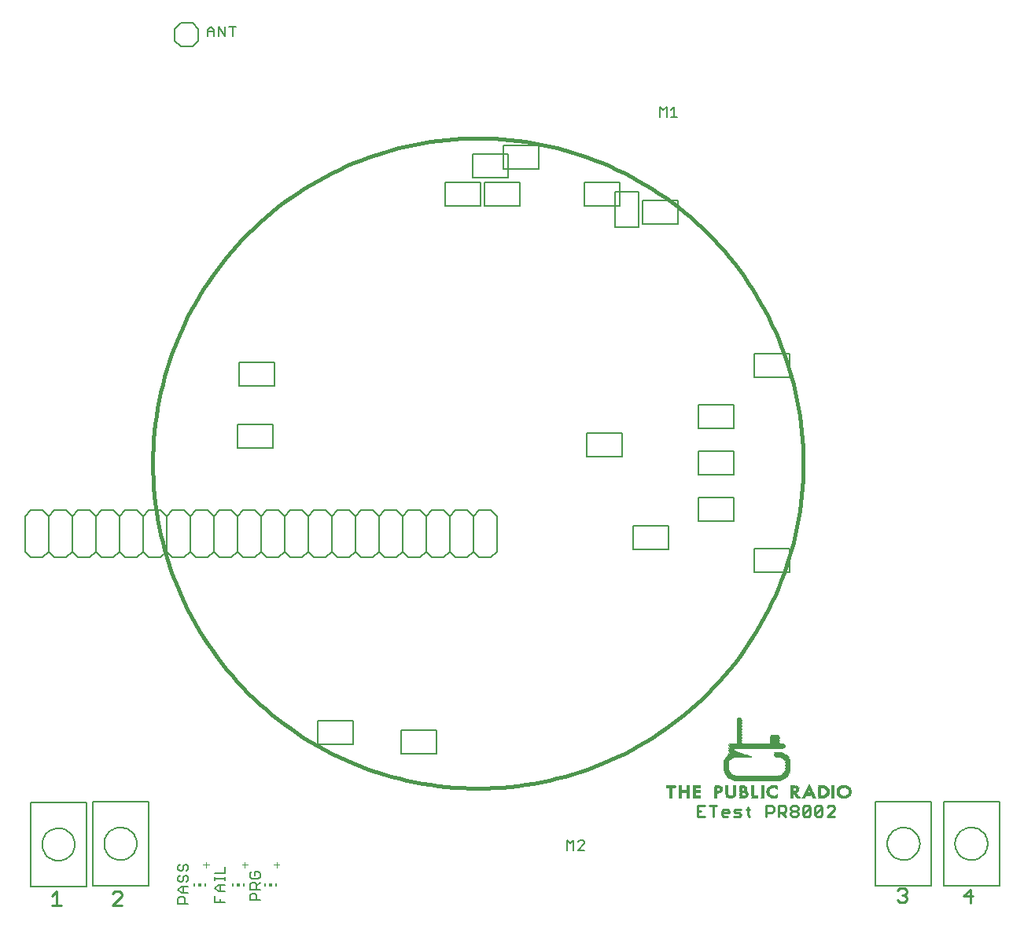
<source format=gto>
G75*
%MOIN*%
%OFA0B0*%
%FSLAX24Y24*%
%IPPOS*%
%LPD*%
%AMOC8*
5,1,8,0,0,1.08239X$1,22.5*
%
%ADD10C,0.0160*%
%ADD11C,0.0100*%
%ADD12C,0.0110*%
%ADD13C,0.0080*%
%ADD14R,0.0015X0.0015*%
%ADD15R,0.0107X0.0015*%
%ADD16R,0.0123X0.0015*%
%ADD17R,0.0138X0.0015*%
%ADD18R,0.0353X0.0015*%
%ADD19R,0.0230X0.0015*%
%ADD20R,0.0261X0.0015*%
%ADD21R,0.0292X0.0015*%
%ADD22R,0.0154X0.0015*%
%ADD23R,0.0276X0.0015*%
%ADD24R,0.0322X0.0015*%
%ADD25R,0.0307X0.0015*%
%ADD26R,0.0169X0.0015*%
%ADD27R,0.0338X0.0015*%
%ADD28R,0.0384X0.0015*%
%ADD29R,0.0369X0.0015*%
%ADD30R,0.0415X0.0015*%
%ADD31R,0.0399X0.0015*%
%ADD32R,0.0445X0.0015*%
%ADD33R,0.0476X0.0015*%
%ADD34R,0.0200X0.0015*%
%ADD35R,0.0430X0.0015*%
%ADD36R,0.0077X0.0015*%
%ADD37R,0.0184X0.0015*%
%ADD38R,0.0046X0.0015*%
%ADD39R,0.0031X0.0015*%
%ADD40R,0.0246X0.0015*%
%ADD41R,0.0461X0.0015*%
%ADD42R,0.0092X0.0015*%
%ADD43R,0.0061X0.0015*%
%ADD44R,0.1981X0.0015*%
%ADD45R,0.2165X0.0015*%
%ADD46R,0.2288X0.0015*%
%ADD47R,0.2380X0.0015*%
%ADD48R,0.2472X0.0015*%
%ADD49R,0.2533X0.0015*%
%ADD50R,0.2595X0.0015*%
%ADD51R,0.0215X0.0015*%
%ADD52R,0.1075X0.0015*%
%ADD53R,0.0568X0.0015*%
%ADD54R,0.0952X0.0015*%
%ADD55R,0.0844X0.0015*%
%ADD56R,0.0537X0.0015*%
%ADD57R,0.0691X0.0015*%
%ADD58R,0.0507X0.0015*%
%ADD59R,0.0583X0.0015*%
%ADD60R,0.2365X0.0015*%
%ADD61R,0.2395X0.0015*%
%ADD62R,0.2349X0.0015*%
%ADD63C,0.0050*%
%ADD64C,0.0030*%
%ADD65R,0.0059X0.0118*%
%ADD66R,0.0118X0.0118*%
%ADD67C,0.0060*%
D10*
X008845Y019708D02*
X008849Y020046D01*
X008862Y020384D01*
X008882Y020722D01*
X008911Y021059D01*
X008949Y021395D01*
X008994Y021730D01*
X009048Y022064D01*
X009110Y022396D01*
X009180Y022727D01*
X009258Y023056D01*
X009344Y023383D01*
X009438Y023708D01*
X009541Y024031D01*
X009651Y024350D01*
X009768Y024667D01*
X009894Y024981D01*
X010027Y025292D01*
X010168Y025600D01*
X010316Y025904D01*
X010472Y026204D01*
X010635Y026500D01*
X010805Y026792D01*
X010983Y027080D01*
X011167Y027364D01*
X011359Y027643D01*
X011557Y027917D01*
X011762Y028186D01*
X011973Y028450D01*
X012191Y028709D01*
X012415Y028962D01*
X012645Y029210D01*
X012881Y029452D01*
X013123Y029688D01*
X013371Y029918D01*
X013624Y030142D01*
X013883Y030360D01*
X014147Y030571D01*
X014416Y030776D01*
X014690Y030974D01*
X014969Y031166D01*
X015253Y031350D01*
X015541Y031528D01*
X015833Y031698D01*
X016129Y031861D01*
X016429Y032017D01*
X016733Y032165D01*
X017041Y032306D01*
X017352Y032439D01*
X017666Y032565D01*
X017983Y032682D01*
X018302Y032792D01*
X018625Y032895D01*
X018950Y032989D01*
X019277Y033075D01*
X019606Y033153D01*
X019937Y033223D01*
X020269Y033285D01*
X020603Y033339D01*
X020938Y033384D01*
X021274Y033422D01*
X021611Y033451D01*
X021949Y033471D01*
X022287Y033484D01*
X022625Y033488D01*
X022963Y033484D01*
X023301Y033471D01*
X023639Y033451D01*
X023976Y033422D01*
X024312Y033384D01*
X024647Y033339D01*
X024981Y033285D01*
X025313Y033223D01*
X025644Y033153D01*
X025973Y033075D01*
X026300Y032989D01*
X026625Y032895D01*
X026948Y032792D01*
X027267Y032682D01*
X027584Y032565D01*
X027898Y032439D01*
X028209Y032306D01*
X028517Y032165D01*
X028821Y032017D01*
X029121Y031861D01*
X029417Y031698D01*
X029709Y031528D01*
X029997Y031350D01*
X030281Y031166D01*
X030560Y030974D01*
X030834Y030776D01*
X031103Y030571D01*
X031367Y030360D01*
X031626Y030142D01*
X031879Y029918D01*
X032127Y029688D01*
X032369Y029452D01*
X032605Y029210D01*
X032835Y028962D01*
X033059Y028709D01*
X033277Y028450D01*
X033488Y028186D01*
X033693Y027917D01*
X033891Y027643D01*
X034083Y027364D01*
X034267Y027080D01*
X034445Y026792D01*
X034615Y026500D01*
X034778Y026204D01*
X034934Y025904D01*
X035082Y025600D01*
X035223Y025292D01*
X035356Y024981D01*
X035482Y024667D01*
X035599Y024350D01*
X035709Y024031D01*
X035812Y023708D01*
X035906Y023383D01*
X035992Y023056D01*
X036070Y022727D01*
X036140Y022396D01*
X036202Y022064D01*
X036256Y021730D01*
X036301Y021395D01*
X036339Y021059D01*
X036368Y020722D01*
X036388Y020384D01*
X036401Y020046D01*
X036405Y019708D01*
X036401Y019370D01*
X036388Y019032D01*
X036368Y018694D01*
X036339Y018357D01*
X036301Y018021D01*
X036256Y017686D01*
X036202Y017352D01*
X036140Y017020D01*
X036070Y016689D01*
X035992Y016360D01*
X035906Y016033D01*
X035812Y015708D01*
X035709Y015385D01*
X035599Y015066D01*
X035482Y014749D01*
X035356Y014435D01*
X035223Y014124D01*
X035082Y013816D01*
X034934Y013512D01*
X034778Y013212D01*
X034615Y012916D01*
X034445Y012624D01*
X034267Y012336D01*
X034083Y012052D01*
X033891Y011773D01*
X033693Y011499D01*
X033488Y011230D01*
X033277Y010966D01*
X033059Y010707D01*
X032835Y010454D01*
X032605Y010206D01*
X032369Y009964D01*
X032127Y009728D01*
X031879Y009498D01*
X031626Y009274D01*
X031367Y009056D01*
X031103Y008845D01*
X030834Y008640D01*
X030560Y008442D01*
X030281Y008250D01*
X029997Y008066D01*
X029709Y007888D01*
X029417Y007718D01*
X029121Y007555D01*
X028821Y007399D01*
X028517Y007251D01*
X028209Y007110D01*
X027898Y006977D01*
X027584Y006851D01*
X027267Y006734D01*
X026948Y006624D01*
X026625Y006521D01*
X026300Y006427D01*
X025973Y006341D01*
X025644Y006263D01*
X025313Y006193D01*
X024981Y006131D01*
X024647Y006077D01*
X024312Y006032D01*
X023976Y005994D01*
X023639Y005965D01*
X023301Y005945D01*
X022963Y005932D01*
X022625Y005928D01*
X022287Y005932D01*
X021949Y005945D01*
X021611Y005965D01*
X021274Y005994D01*
X020938Y006032D01*
X020603Y006077D01*
X020269Y006131D01*
X019937Y006193D01*
X019606Y006263D01*
X019277Y006341D01*
X018950Y006427D01*
X018625Y006521D01*
X018302Y006624D01*
X017983Y006734D01*
X017666Y006851D01*
X017352Y006977D01*
X017041Y007110D01*
X016733Y007251D01*
X016429Y007399D01*
X016129Y007555D01*
X015833Y007718D01*
X015541Y007888D01*
X015253Y008066D01*
X014969Y008250D01*
X014690Y008442D01*
X014416Y008640D01*
X014147Y008845D01*
X013883Y009056D01*
X013624Y009274D01*
X013371Y009498D01*
X013123Y009728D01*
X012881Y009964D01*
X012645Y010206D01*
X012415Y010454D01*
X012191Y010707D01*
X011973Y010966D01*
X011762Y011230D01*
X011557Y011499D01*
X011359Y011773D01*
X011167Y012052D01*
X010983Y012336D01*
X010805Y012624D01*
X010635Y012916D01*
X010472Y013212D01*
X010316Y013512D01*
X010168Y013816D01*
X010027Y014124D01*
X009894Y014435D01*
X009768Y014749D01*
X009651Y015066D01*
X009541Y015385D01*
X009438Y015708D01*
X009344Y016033D01*
X009258Y016360D01*
X009180Y016689D01*
X009110Y017020D01*
X009048Y017352D01*
X008994Y017686D01*
X008949Y018021D01*
X008911Y018357D01*
X008882Y018694D01*
X008862Y019032D01*
X008849Y019370D01*
X008845Y019708D01*
X008849Y020046D01*
X008862Y020384D01*
X008882Y020722D01*
X008911Y021059D01*
X008949Y021395D01*
X008994Y021730D01*
X009048Y022064D01*
X009110Y022396D01*
X009180Y022727D01*
X009258Y023056D01*
X009344Y023383D01*
X009438Y023708D01*
X009541Y024031D01*
X009651Y024350D01*
X009768Y024667D01*
X009894Y024981D01*
X010027Y025292D01*
X010168Y025600D01*
X010316Y025904D01*
X010472Y026204D01*
X010635Y026500D01*
X010805Y026792D01*
X010983Y027080D01*
X011167Y027364D01*
X011359Y027643D01*
X011557Y027917D01*
X011762Y028186D01*
X011973Y028450D01*
X012191Y028709D01*
X012415Y028962D01*
X012645Y029210D01*
X012881Y029452D01*
X013123Y029688D01*
X013371Y029918D01*
X013624Y030142D01*
X013883Y030360D01*
X014147Y030571D01*
X014416Y030776D01*
X014690Y030974D01*
X014969Y031166D01*
X015253Y031350D01*
X015541Y031528D01*
X015833Y031698D01*
X016129Y031861D01*
X016429Y032017D01*
X016733Y032165D01*
X017041Y032306D01*
X017352Y032439D01*
X017666Y032565D01*
X017983Y032682D01*
X018302Y032792D01*
X018625Y032895D01*
X018950Y032989D01*
X019277Y033075D01*
X019606Y033153D01*
X019937Y033223D01*
X020269Y033285D01*
X020603Y033339D01*
X020938Y033384D01*
X021274Y033422D01*
X021611Y033451D01*
X021949Y033471D01*
X022287Y033484D01*
X022625Y033488D01*
X022963Y033484D01*
X023301Y033471D01*
X023639Y033451D01*
X023976Y033422D01*
X024312Y033384D01*
X024647Y033339D01*
X024981Y033285D01*
X025313Y033223D01*
X025644Y033153D01*
X025973Y033075D01*
X026300Y032989D01*
X026625Y032895D01*
X026948Y032792D01*
X027267Y032682D01*
X027584Y032565D01*
X027898Y032439D01*
X028209Y032306D01*
X028517Y032165D01*
X028821Y032017D01*
X029121Y031861D01*
X029417Y031698D01*
X029709Y031528D01*
X029997Y031350D01*
X030281Y031166D01*
X030560Y030974D01*
X030834Y030776D01*
X031103Y030571D01*
X031367Y030360D01*
X031626Y030142D01*
X031879Y029918D01*
X032127Y029688D01*
X032369Y029452D01*
X032605Y029210D01*
X032835Y028962D01*
X033059Y028709D01*
X033277Y028450D01*
X033488Y028186D01*
X033693Y027917D01*
X033891Y027643D01*
X034083Y027364D01*
X034267Y027080D01*
X034445Y026792D01*
X034615Y026500D01*
X034778Y026204D01*
X034934Y025904D01*
X035082Y025600D01*
X035223Y025292D01*
X035356Y024981D01*
X035482Y024667D01*
X035599Y024350D01*
X035709Y024031D01*
X035812Y023708D01*
X035906Y023383D01*
X035992Y023056D01*
X036070Y022727D01*
X036140Y022396D01*
X036202Y022064D01*
X036256Y021730D01*
X036301Y021395D01*
X036339Y021059D01*
X036368Y020722D01*
X036388Y020384D01*
X036401Y020046D01*
X036405Y019708D01*
X036401Y019370D01*
X036388Y019032D01*
X036368Y018694D01*
X036339Y018357D01*
X036301Y018021D01*
X036256Y017686D01*
X036202Y017352D01*
X036140Y017020D01*
X036070Y016689D01*
X035992Y016360D01*
X035906Y016033D01*
X035812Y015708D01*
X035709Y015385D01*
X035599Y015066D01*
X035482Y014749D01*
X035356Y014435D01*
X035223Y014124D01*
X035082Y013816D01*
X034934Y013512D01*
X034778Y013212D01*
X034615Y012916D01*
X034445Y012624D01*
X034267Y012336D01*
X034083Y012052D01*
X033891Y011773D01*
X033693Y011499D01*
X033488Y011230D01*
X033277Y010966D01*
X033059Y010707D01*
X032835Y010454D01*
X032605Y010206D01*
X032369Y009964D01*
X032127Y009728D01*
X031879Y009498D01*
X031626Y009274D01*
X031367Y009056D01*
X031103Y008845D01*
X030834Y008640D01*
X030560Y008442D01*
X030281Y008250D01*
X029997Y008066D01*
X029709Y007888D01*
X029417Y007718D01*
X029121Y007555D01*
X028821Y007399D01*
X028517Y007251D01*
X028209Y007110D01*
X027898Y006977D01*
X027584Y006851D01*
X027267Y006734D01*
X026948Y006624D01*
X026625Y006521D01*
X026300Y006427D01*
X025973Y006341D01*
X025644Y006263D01*
X025313Y006193D01*
X024981Y006131D01*
X024647Y006077D01*
X024312Y006032D01*
X023976Y005994D01*
X023639Y005965D01*
X023301Y005945D01*
X022963Y005932D01*
X022625Y005928D01*
X022287Y005932D01*
X021949Y005945D01*
X021611Y005965D01*
X021274Y005994D01*
X020938Y006032D01*
X020603Y006077D01*
X020269Y006131D01*
X019937Y006193D01*
X019606Y006263D01*
X019277Y006341D01*
X018950Y006427D01*
X018625Y006521D01*
X018302Y006624D01*
X017983Y006734D01*
X017666Y006851D01*
X017352Y006977D01*
X017041Y007110D01*
X016733Y007251D01*
X016429Y007399D01*
X016129Y007555D01*
X015833Y007718D01*
X015541Y007888D01*
X015253Y008066D01*
X014969Y008250D01*
X014690Y008442D01*
X014416Y008640D01*
X014147Y008845D01*
X013883Y009056D01*
X013624Y009274D01*
X013371Y009498D01*
X013123Y009728D01*
X012881Y009964D01*
X012645Y010206D01*
X012415Y010454D01*
X012191Y010707D01*
X011973Y010966D01*
X011762Y011230D01*
X011557Y011499D01*
X011359Y011773D01*
X011167Y012052D01*
X010983Y012336D01*
X010805Y012624D01*
X010635Y012916D01*
X010472Y013212D01*
X010316Y013512D01*
X010168Y013816D01*
X010027Y014124D01*
X009894Y014435D01*
X009768Y014749D01*
X009651Y015066D01*
X009541Y015385D01*
X009438Y015708D01*
X009344Y016033D01*
X009258Y016360D01*
X009180Y016689D01*
X009110Y017020D01*
X009048Y017352D01*
X008994Y017686D01*
X008949Y018021D01*
X008911Y018357D01*
X008882Y018694D01*
X008862Y019032D01*
X008849Y019370D01*
X008845Y019708D01*
D11*
X031927Y005179D02*
X031927Y004719D01*
X032234Y004719D01*
X032080Y004949D02*
X031927Y004949D01*
X031927Y005179D02*
X032234Y005179D01*
X032443Y005179D02*
X032750Y005179D01*
X032596Y005179D02*
X032596Y004719D01*
X032958Y004796D02*
X032958Y004949D01*
X033035Y005026D01*
X033188Y005026D01*
X033265Y004949D01*
X033265Y004872D01*
X032958Y004872D01*
X032958Y004796D02*
X033035Y004719D01*
X033188Y004719D01*
X033474Y004719D02*
X033704Y004719D01*
X033781Y004796D01*
X033704Y004872D01*
X033551Y004872D01*
X033474Y004949D01*
X033551Y005026D01*
X033781Y005026D01*
X033990Y005026D02*
X034143Y005026D01*
X034066Y005102D02*
X034066Y004796D01*
X034143Y004719D01*
X034849Y004719D02*
X034849Y005179D01*
X035079Y005179D01*
X035156Y005102D01*
X035156Y004949D01*
X035079Y004872D01*
X034849Y004872D01*
X035365Y004872D02*
X035595Y004872D01*
X035671Y004949D01*
X035671Y005102D01*
X035595Y005179D01*
X035365Y005179D01*
X035365Y004719D01*
X035518Y004872D02*
X035671Y004719D01*
X035880Y004796D02*
X035880Y004872D01*
X035957Y004949D01*
X036110Y004949D01*
X036187Y004872D01*
X036187Y004796D01*
X036110Y004719D01*
X035957Y004719D01*
X035880Y004796D01*
X035957Y004949D02*
X035880Y005026D01*
X035880Y005102D01*
X035957Y005179D01*
X036110Y005179D01*
X036187Y005102D01*
X036187Y005026D01*
X036110Y004949D01*
X036396Y004796D02*
X036703Y005102D01*
X036703Y004796D01*
X036626Y004719D01*
X036473Y004719D01*
X036396Y004796D01*
X036396Y005102D01*
X036473Y005179D01*
X036626Y005179D01*
X036703Y005102D01*
X036911Y005102D02*
X036911Y004796D01*
X037218Y005102D01*
X037218Y004796D01*
X037142Y004719D01*
X036988Y004719D01*
X036911Y004796D01*
X036911Y005102D02*
X036988Y005179D01*
X037142Y005179D01*
X037218Y005102D01*
X037427Y005102D02*
X037504Y005179D01*
X037657Y005179D01*
X037734Y005102D01*
X037734Y005026D01*
X037427Y004719D01*
X037734Y004719D01*
D12*
X040495Y001682D02*
X040692Y001682D01*
X040790Y001584D01*
X040790Y001486D01*
X040692Y001387D01*
X040790Y001289D01*
X040790Y001190D01*
X040692Y001092D01*
X040495Y001092D01*
X040397Y001190D01*
X040593Y001387D02*
X040692Y001387D01*
X040397Y001584D02*
X040495Y001682D01*
X043202Y001338D02*
X043595Y001338D01*
X043497Y001043D02*
X043497Y001633D01*
X043202Y001338D01*
X007522Y001338D02*
X007522Y001436D01*
X007424Y001535D01*
X007227Y001535D01*
X007129Y001436D01*
X007522Y001338D02*
X007129Y000944D01*
X007522Y000944D01*
X004963Y000944D02*
X004570Y000944D01*
X004767Y000944D02*
X004767Y001535D01*
X004570Y001338D01*
D13*
X009917Y001235D02*
X009917Y001025D01*
X010337Y001025D01*
X010197Y001025D02*
X010197Y001235D01*
X010127Y001305D01*
X009987Y001305D01*
X009917Y001235D01*
X010057Y001485D02*
X009917Y001625D01*
X010057Y001765D01*
X010337Y001765D01*
X010267Y001946D02*
X010337Y002016D01*
X010337Y002156D01*
X010267Y002226D01*
X010197Y002226D01*
X010127Y002156D01*
X010127Y002016D01*
X010057Y001946D01*
X009987Y001946D01*
X009917Y002016D01*
X009917Y002156D01*
X009987Y002226D01*
X009987Y002406D02*
X010057Y002406D01*
X010127Y002476D01*
X010127Y002616D01*
X010197Y002686D01*
X010267Y002686D01*
X010337Y002616D01*
X010337Y002476D01*
X010267Y002406D01*
X009987Y002406D02*
X009917Y002476D01*
X009917Y002616D01*
X009987Y002686D01*
X010127Y001765D02*
X010127Y001485D01*
X010057Y001485D02*
X010337Y001485D01*
X011482Y001360D02*
X011482Y001080D01*
X011902Y001080D01*
X011692Y001080D02*
X011692Y001220D01*
X011692Y001540D02*
X011692Y001820D01*
X011622Y001820D02*
X011902Y001820D01*
X011902Y002001D02*
X011902Y002141D01*
X011902Y002071D02*
X011482Y002071D01*
X011482Y002001D02*
X011482Y002141D01*
X011482Y002307D02*
X011902Y002307D01*
X011902Y002588D01*
X011622Y001820D02*
X011482Y001680D01*
X011622Y001540D01*
X011902Y001540D01*
X012968Y001631D02*
X012968Y001841D01*
X013038Y001911D01*
X013178Y001911D01*
X013248Y001841D01*
X013248Y001631D01*
X013248Y001771D02*
X013388Y001911D01*
X013318Y002091D02*
X013388Y002161D01*
X013388Y002301D01*
X013318Y002371D01*
X013178Y002371D01*
X013178Y002231D01*
X013038Y002091D02*
X013318Y002091D01*
X013038Y002091D02*
X012968Y002161D01*
X012968Y002301D01*
X013038Y002371D01*
X012968Y001631D02*
X013388Y001631D01*
X013178Y001450D02*
X013248Y001380D01*
X013248Y001170D01*
X013388Y001170D02*
X012968Y001170D01*
X012968Y001380D01*
X013038Y001450D01*
X013178Y001450D01*
X026405Y003291D02*
X026405Y003712D01*
X026545Y003572D01*
X026685Y003712D01*
X026685Y003291D01*
X026866Y003291D02*
X027146Y003572D01*
X027146Y003642D01*
X027076Y003712D01*
X026936Y003712D01*
X026866Y003642D01*
X026866Y003291D02*
X027146Y003291D01*
X030342Y034394D02*
X030342Y034814D01*
X030482Y034674D01*
X030622Y034814D01*
X030622Y034394D01*
X030803Y034394D02*
X031083Y034394D01*
X030943Y034394D02*
X030943Y034814D01*
X030803Y034674D01*
X012362Y038221D02*
X012081Y038221D01*
X012221Y038221D02*
X012221Y037801D01*
X011901Y037801D02*
X011901Y038221D01*
X011621Y038221D02*
X011901Y037801D01*
X011621Y037801D02*
X011621Y038221D01*
X011441Y038081D02*
X011441Y037801D01*
X011441Y038011D02*
X011161Y038011D01*
X011161Y038081D02*
X011301Y038221D01*
X011441Y038081D01*
X011161Y038081D02*
X011161Y037801D01*
D14*
X033652Y008853D03*
X033621Y008792D03*
X033621Y008761D03*
X033621Y008669D03*
X033621Y008638D03*
X033621Y008546D03*
X033621Y008515D03*
X033621Y008423D03*
X033621Y008392D03*
X033621Y008300D03*
X033621Y008270D03*
X033621Y008177D03*
X033621Y008147D03*
X033621Y008055D03*
X033621Y008024D03*
X033621Y007932D03*
X033621Y007901D03*
X033621Y007809D03*
X033805Y007840D03*
X033805Y007870D03*
X033805Y007963D03*
X033805Y007993D03*
X033805Y008085D03*
X033805Y008116D03*
X033805Y008208D03*
X033805Y008239D03*
X033805Y008331D03*
X033805Y008362D03*
X033805Y008454D03*
X033805Y008485D03*
X033805Y008577D03*
X033805Y008607D03*
X033805Y008700D03*
X033805Y008730D03*
X033805Y008822D03*
X033283Y007748D03*
X033283Y007717D03*
X033283Y007625D03*
X033283Y007594D03*
X033283Y007502D03*
X033283Y007471D03*
X033283Y007379D03*
X033283Y007348D03*
X033253Y007318D03*
X033160Y007226D03*
X033130Y007195D03*
X033099Y007133D03*
X033099Y007103D03*
X033068Y007072D03*
X033068Y007041D03*
X033068Y006949D03*
X033068Y006918D03*
X033068Y006826D03*
X033068Y006796D03*
X033068Y006703D03*
X033068Y006673D03*
X033253Y006734D03*
X033253Y006765D03*
X033253Y006857D03*
X033253Y006888D03*
X033253Y006980D03*
X033283Y007041D03*
X033283Y007072D03*
X033314Y007103D03*
X033514Y007210D03*
X033544Y007210D03*
X033560Y007226D03*
X033590Y007226D03*
X033621Y007226D03*
X033652Y007226D03*
X033682Y007226D03*
X033713Y007226D03*
X033744Y007226D03*
X033775Y007226D03*
X033805Y007226D03*
X033836Y007226D03*
X033867Y007226D03*
X033897Y007226D03*
X033928Y007226D03*
X033959Y007226D03*
X033990Y007226D03*
X034020Y007226D03*
X034051Y007226D03*
X034082Y007226D03*
X034112Y007226D03*
X034143Y007226D03*
X034174Y007226D03*
X034174Y007256D03*
X034205Y007226D03*
X034235Y007226D03*
X034082Y007287D03*
X034066Y007302D03*
X033974Y007333D03*
X033882Y007364D03*
X033836Y007379D03*
X033805Y007379D03*
X033790Y007394D03*
X033744Y007410D03*
X033713Y007410D03*
X033560Y007471D03*
X033544Y007579D03*
X033606Y007579D03*
X033667Y007579D03*
X033698Y007579D03*
X033729Y007579D03*
X033790Y007579D03*
X033851Y007579D03*
X033913Y007579D03*
X033974Y007579D03*
X034036Y007579D03*
X034097Y007579D03*
X034158Y007579D03*
X034220Y007579D03*
X034281Y007579D03*
X034343Y007579D03*
X034404Y007579D03*
X034466Y007579D03*
X034527Y007579D03*
X034588Y007579D03*
X034650Y007579D03*
X034711Y007579D03*
X034773Y007579D03*
X034834Y007579D03*
X034895Y007579D03*
X034957Y007579D03*
X035018Y007579D03*
X035080Y007579D03*
X035141Y007579D03*
X035203Y007579D03*
X035264Y007579D03*
X035325Y007579D03*
X035387Y007579D03*
X035448Y007579D03*
X035510Y007579D03*
X035571Y007579D03*
X035586Y007594D03*
X035648Y007717D03*
X035648Y007748D03*
X035617Y007778D03*
X035602Y007794D03*
X035571Y007794D03*
X035402Y007840D03*
X035402Y007870D03*
X035402Y007963D03*
X035402Y007993D03*
X035402Y008085D03*
X035034Y008055D03*
X035034Y008024D03*
X035034Y007932D03*
X035034Y007901D03*
X035034Y007809D03*
X035233Y007425D03*
X035218Y007410D03*
X035187Y007348D03*
X035218Y007287D03*
X035279Y007226D03*
X035310Y007226D03*
X035341Y007226D03*
X035371Y007226D03*
X035418Y007210D03*
X035586Y007164D03*
X035617Y007133D03*
X035648Y007072D03*
X035679Y007011D03*
X035679Y006980D03*
X035679Y006888D03*
X035679Y006857D03*
X035679Y006765D03*
X035679Y006734D03*
X035863Y006703D03*
X035863Y006673D03*
X035863Y006796D03*
X035863Y006826D03*
X035863Y006918D03*
X035863Y006949D03*
X035863Y007041D03*
X035863Y007072D03*
X035771Y007256D03*
X035740Y007287D03*
X035648Y007348D03*
X035586Y007379D03*
X035525Y007410D03*
X035494Y007410D03*
X035479Y007425D03*
X035448Y007425D03*
X035586Y006550D03*
X035556Y006519D03*
X035464Y006458D03*
X035418Y006442D03*
X035402Y006427D03*
X035402Y006212D03*
X035371Y006212D03*
X035249Y006028D03*
X035218Y006028D03*
X035126Y006028D03*
X035095Y006028D03*
X035141Y005920D03*
X035172Y005920D03*
X035264Y005890D03*
X035325Y005859D03*
X035325Y005644D03*
X035172Y005583D03*
X035141Y005583D03*
X035095Y005475D03*
X035249Y005475D03*
X034727Y005475D03*
X034696Y005475D03*
X034665Y005475D03*
X034634Y005475D03*
X034481Y005475D03*
X034450Y005475D03*
X034419Y005475D03*
X034389Y005475D03*
X034358Y005475D03*
X034327Y005475D03*
X034297Y005475D03*
X034266Y005475D03*
X034235Y005475D03*
X033897Y005475D03*
X033867Y005475D03*
X033836Y005475D03*
X033805Y005475D03*
X033775Y005475D03*
X033744Y005475D03*
X033406Y005475D03*
X033360Y005583D03*
X033329Y005583D03*
X033176Y005521D03*
X032853Y005690D03*
X032807Y005798D03*
X032761Y005475D03*
X032731Y005475D03*
X032700Y005475D03*
X032669Y005475D03*
X032086Y005475D03*
X032055Y005475D03*
X032024Y005475D03*
X031994Y005475D03*
X031963Y005475D03*
X031932Y005475D03*
X031901Y005475D03*
X031871Y005475D03*
X031840Y005475D03*
X031809Y005475D03*
X031779Y005475D03*
X031594Y005475D03*
X031564Y005475D03*
X031533Y005475D03*
X031502Y005475D03*
X031256Y005475D03*
X031226Y005475D03*
X031195Y005475D03*
X031164Y005475D03*
X030857Y005475D03*
X030827Y005475D03*
X030796Y005475D03*
X030765Y005475D03*
X031303Y005828D03*
X031333Y005828D03*
X031364Y005828D03*
X031395Y005828D03*
X031425Y005828D03*
X031456Y005828D03*
X031886Y005828D03*
X031917Y005828D03*
X031947Y005828D03*
X031978Y005828D03*
X032009Y005828D03*
X032040Y005828D03*
X032070Y005828D03*
X032055Y005721D03*
X032086Y005721D03*
X032024Y005721D03*
X031994Y005721D03*
X031963Y005721D03*
X031932Y005721D03*
X031901Y005721D03*
X033222Y006366D03*
X033268Y006320D03*
X033314Y006304D03*
X033191Y006427D03*
X033468Y006458D03*
X033529Y006427D03*
X033560Y006427D03*
X033560Y006212D03*
X033944Y006013D03*
X035617Y006304D03*
X035740Y006427D03*
X036124Y006013D03*
X036155Y005705D03*
X036170Y005475D03*
X036201Y005475D03*
X036231Y005475D03*
X036262Y005475D03*
X036293Y005475D03*
X036385Y005475D03*
X036416Y005475D03*
X036446Y005475D03*
X036477Y005475D03*
X036569Y005598D03*
X036600Y005598D03*
X036631Y005598D03*
X036661Y005598D03*
X036692Y005598D03*
X036723Y005598D03*
X036753Y005598D03*
X036845Y005475D03*
X036876Y005475D03*
X036907Y005475D03*
X036938Y005475D03*
X037060Y005475D03*
X037091Y005475D03*
X037122Y005475D03*
X037153Y005475D03*
X037183Y005475D03*
X037214Y005475D03*
X037245Y005475D03*
X037368Y005506D03*
X037644Y005475D03*
X037675Y005475D03*
X037705Y005475D03*
X038074Y005475D03*
X038120Y005583D03*
X038181Y005583D03*
X038227Y005475D03*
X038181Y005920D03*
X038151Y005920D03*
X038074Y005905D03*
X038074Y006028D03*
X038105Y006028D03*
X038135Y006028D03*
X038166Y006028D03*
X038197Y006028D03*
X038227Y006028D03*
X037321Y006013D03*
X037275Y005905D03*
X036661Y006059D03*
X035986Y005475D03*
X035955Y005475D03*
X035924Y005475D03*
X035894Y005475D03*
D15*
X035940Y005506D03*
X035940Y005537D03*
X035940Y005567D03*
X035940Y005598D03*
X035940Y005629D03*
X035940Y005659D03*
X035940Y005813D03*
X035940Y005844D03*
X035940Y005874D03*
X035940Y005905D03*
X036661Y005982D03*
X037675Y005982D03*
X037675Y006013D03*
X037675Y005951D03*
X037675Y005920D03*
X037675Y005890D03*
X037675Y005859D03*
X037675Y005828D03*
X037675Y005798D03*
X037675Y005767D03*
X037675Y005736D03*
X037675Y005705D03*
X037675Y005675D03*
X037675Y005644D03*
X037675Y005613D03*
X037675Y005583D03*
X037675Y005552D03*
X037675Y005521D03*
X037675Y005490D03*
X037905Y005721D03*
X037905Y005751D03*
X037905Y005782D03*
X038151Y005475D03*
X038396Y005690D03*
X035172Y005475D03*
X034926Y005690D03*
X034926Y005813D03*
X034036Y005659D03*
X034036Y005629D03*
X033514Y005659D03*
X033514Y005690D03*
X033514Y005721D03*
X033514Y005751D03*
X033514Y005782D03*
X033514Y005813D03*
X033514Y005844D03*
X033514Y005874D03*
X033514Y005905D03*
X033514Y005936D03*
X033514Y005966D03*
X033514Y005997D03*
X033176Y005997D03*
X033176Y005966D03*
X033176Y005936D03*
X033176Y005905D03*
X033176Y005874D03*
X033176Y005844D03*
X033176Y005813D03*
X033176Y005782D03*
X033176Y005751D03*
X033176Y005721D03*
X033176Y005690D03*
X033329Y005475D03*
X032715Y005506D03*
X032715Y005537D03*
X032715Y005567D03*
X032715Y005598D03*
X032715Y005629D03*
X032715Y005659D03*
X032715Y005813D03*
X032715Y005844D03*
X032715Y005874D03*
X032715Y005905D03*
X031210Y005905D03*
X031210Y005874D03*
X031210Y005844D03*
X031210Y005936D03*
X031210Y005966D03*
X031210Y005997D03*
X031210Y005690D03*
X031210Y005659D03*
X031210Y005629D03*
X031210Y005598D03*
X031210Y005567D03*
X031210Y005537D03*
X031210Y005506D03*
X033713Y008868D03*
D16*
X034274Y006013D03*
X034274Y005997D03*
X034274Y005982D03*
X034274Y005966D03*
X034274Y005951D03*
X034274Y005936D03*
X034274Y005920D03*
X034274Y005905D03*
X034274Y005890D03*
X034274Y005874D03*
X034274Y005859D03*
X034274Y005844D03*
X034274Y005828D03*
X034274Y005813D03*
X034274Y005798D03*
X034274Y005782D03*
X034274Y005767D03*
X034274Y005751D03*
X034274Y005736D03*
X034274Y005721D03*
X034274Y005705D03*
X034274Y005690D03*
X034274Y005675D03*
X034274Y005659D03*
X034274Y005644D03*
X034274Y005629D03*
X034274Y005613D03*
X034274Y005598D03*
X034028Y005675D03*
X033982Y005844D03*
X033982Y005859D03*
X033982Y005874D03*
X033782Y005874D03*
X033782Y005859D03*
X033782Y005844D03*
X033782Y005828D03*
X033782Y005813D03*
X033782Y005890D03*
X033782Y005905D03*
X033782Y005690D03*
X033782Y005675D03*
X033782Y005659D03*
X033782Y005644D03*
X033782Y005629D03*
X033782Y005613D03*
X033782Y005598D03*
X033506Y005629D03*
X033199Y005613D03*
X033183Y005659D03*
X032938Y005813D03*
X032938Y005828D03*
X032938Y005844D03*
X032938Y005859D03*
X032938Y005874D03*
X031802Y005874D03*
X031802Y005859D03*
X031802Y005844D03*
X031802Y005828D03*
X031802Y005890D03*
X031802Y005905D03*
X031802Y005705D03*
X031802Y005690D03*
X031802Y005675D03*
X031802Y005659D03*
X031802Y005644D03*
X031802Y005629D03*
X031802Y005613D03*
X031802Y005598D03*
X031541Y005598D03*
X031541Y005613D03*
X031541Y005629D03*
X031541Y005644D03*
X031541Y005659D03*
X031541Y005675D03*
X031541Y005690D03*
X031541Y005705D03*
X031541Y005583D03*
X031541Y005567D03*
X031541Y005552D03*
X031541Y005537D03*
X031541Y005521D03*
X031541Y005506D03*
X031541Y005490D03*
X031541Y005828D03*
X031541Y005844D03*
X031541Y005859D03*
X031541Y005874D03*
X031541Y005890D03*
X031541Y005905D03*
X031541Y005920D03*
X031541Y005936D03*
X031541Y005951D03*
X031541Y005966D03*
X031541Y005982D03*
X031541Y005997D03*
X031541Y006013D03*
X030819Y005905D03*
X030819Y005890D03*
X030819Y005874D03*
X030819Y005859D03*
X030819Y005844D03*
X030819Y005828D03*
X030819Y005813D03*
X030819Y005798D03*
X030819Y005782D03*
X030819Y005767D03*
X030819Y005751D03*
X030819Y005736D03*
X030819Y005721D03*
X030819Y005705D03*
X030819Y005690D03*
X030819Y005675D03*
X030819Y005659D03*
X030819Y005644D03*
X030819Y005629D03*
X030819Y005613D03*
X030819Y005598D03*
X030819Y005583D03*
X030819Y005567D03*
X030819Y005552D03*
X030819Y005537D03*
X030819Y005521D03*
X030819Y005506D03*
X030819Y005490D03*
X034688Y005490D03*
X034688Y005506D03*
X034688Y005521D03*
X034688Y005537D03*
X034688Y005552D03*
X034688Y005567D03*
X034688Y005583D03*
X034688Y005598D03*
X034688Y005613D03*
X034688Y005629D03*
X034688Y005644D03*
X034688Y005659D03*
X034688Y005675D03*
X034688Y005690D03*
X034688Y005705D03*
X034688Y005721D03*
X034688Y005736D03*
X034688Y005751D03*
X034688Y005767D03*
X034688Y005782D03*
X034688Y005798D03*
X034688Y005813D03*
X034688Y005828D03*
X034688Y005844D03*
X034688Y005859D03*
X034688Y005874D03*
X034688Y005890D03*
X034688Y005905D03*
X034688Y005920D03*
X034688Y005936D03*
X034688Y005951D03*
X034688Y005966D03*
X034688Y005982D03*
X034688Y005997D03*
X034688Y006013D03*
X034919Y005782D03*
X034919Y005767D03*
X034919Y005751D03*
X034919Y005736D03*
X034919Y005721D03*
X036178Y005828D03*
X036178Y005844D03*
X036178Y005859D03*
X036178Y005874D03*
X036546Y005721D03*
X036577Y005782D03*
X036761Y005767D03*
X036761Y005751D03*
X036853Y005567D03*
X036869Y005537D03*
X037114Y005598D03*
X037114Y005613D03*
X037114Y005629D03*
X037114Y005644D03*
X037114Y005659D03*
X037114Y005675D03*
X037114Y005690D03*
X037114Y005705D03*
X037114Y005721D03*
X037114Y005736D03*
X037114Y005751D03*
X037114Y005767D03*
X037114Y005782D03*
X037114Y005798D03*
X037114Y005813D03*
X037114Y005828D03*
X037114Y005844D03*
X037114Y005859D03*
X037114Y005874D03*
X037114Y005890D03*
X037114Y005905D03*
X037467Y005798D03*
X037467Y005767D03*
X037467Y005751D03*
X037467Y005736D03*
X037467Y005721D03*
X037467Y005705D03*
X037913Y005690D03*
X037913Y005675D03*
X037913Y005813D03*
X037913Y005828D03*
X038389Y005813D03*
X038404Y005782D03*
X038404Y005751D03*
X038404Y005736D03*
X038404Y005721D03*
X036669Y005951D03*
X036669Y005966D03*
X036485Y005598D03*
X036454Y005537D03*
X036439Y005506D03*
D17*
X036446Y005521D03*
X036431Y005490D03*
X036462Y005552D03*
X036477Y005567D03*
X036477Y005583D03*
X036554Y005736D03*
X036569Y005751D03*
X036569Y005767D03*
X036584Y005798D03*
X036738Y005798D03*
X036753Y005782D03*
X036769Y005736D03*
X036784Y005721D03*
X036845Y005598D03*
X036845Y005583D03*
X036861Y005552D03*
X036876Y005506D03*
X036892Y005490D03*
X036661Y005936D03*
X036170Y005890D03*
X036170Y005813D03*
X036108Y005629D03*
X036124Y005613D03*
X036201Y005506D03*
X035940Y005521D03*
X035940Y005490D03*
X035940Y005552D03*
X035940Y005583D03*
X035940Y005613D03*
X035940Y005644D03*
X035940Y005798D03*
X035940Y005828D03*
X035940Y005859D03*
X035940Y005890D03*
X035264Y005920D03*
X034942Y005844D03*
X034926Y005828D03*
X034926Y005798D03*
X034926Y005705D03*
X034926Y005675D03*
X034942Y005659D03*
X035264Y005583D03*
X034036Y005613D03*
X034020Y005598D03*
X034036Y005644D03*
X034020Y005690D03*
X033959Y005813D03*
X033974Y005828D03*
X033974Y005890D03*
X033959Y005905D03*
X033514Y005890D03*
X033514Y005920D03*
X033514Y005951D03*
X033514Y005982D03*
X033514Y006013D03*
X033514Y005859D03*
X033514Y005828D03*
X033514Y005798D03*
X033514Y005767D03*
X033514Y005736D03*
X033514Y005705D03*
X033514Y005675D03*
X033514Y005644D03*
X033498Y005613D03*
X033191Y005629D03*
X033176Y005644D03*
X033176Y005675D03*
X033176Y005705D03*
X033176Y005736D03*
X033176Y005767D03*
X033176Y005798D03*
X033176Y005828D03*
X033176Y005859D03*
X033176Y005890D03*
X033176Y005920D03*
X033176Y005951D03*
X033176Y005982D03*
X033176Y006013D03*
X032930Y005890D03*
X032915Y005905D03*
X032715Y005890D03*
X032715Y005859D03*
X032715Y005828D03*
X032715Y005798D03*
X032715Y005675D03*
X032715Y005644D03*
X032715Y005613D03*
X032715Y005583D03*
X032715Y005552D03*
X032715Y005521D03*
X032715Y005490D03*
X031809Y005721D03*
X031210Y005705D03*
X031210Y005675D03*
X031210Y005644D03*
X031210Y005613D03*
X031210Y005583D03*
X031210Y005552D03*
X031210Y005521D03*
X031210Y005490D03*
X031210Y005828D03*
X031210Y005859D03*
X031210Y005890D03*
X031210Y005920D03*
X031210Y005951D03*
X031210Y005982D03*
X031210Y006013D03*
X037429Y005874D03*
X037444Y005844D03*
X037444Y005828D03*
X037460Y005813D03*
X037460Y005782D03*
X037460Y005690D03*
X037444Y005675D03*
X037444Y005659D03*
X037429Y005629D03*
X037675Y005629D03*
X037675Y005659D03*
X037675Y005690D03*
X037675Y005721D03*
X037675Y005751D03*
X037675Y005782D03*
X037675Y005813D03*
X037675Y005844D03*
X037675Y005874D03*
X037675Y005905D03*
X037675Y005936D03*
X037675Y005966D03*
X037675Y005997D03*
X037920Y005844D03*
X037936Y005859D03*
X037905Y005798D03*
X037905Y005767D03*
X037905Y005736D03*
X037905Y005705D03*
X037920Y005659D03*
X037936Y005644D03*
X037675Y005598D03*
X037675Y005567D03*
X037675Y005537D03*
X037675Y005506D03*
X038381Y005659D03*
X038396Y005675D03*
X038396Y005705D03*
X038396Y005767D03*
X038396Y005798D03*
X038396Y005828D03*
X038381Y005844D03*
D18*
X037229Y005966D03*
X037229Y005537D03*
X036047Y005767D03*
X036047Y005920D03*
X036047Y005951D03*
X035617Y006442D03*
X035156Y005982D03*
X035156Y005521D03*
X033897Y005552D03*
X033897Y005567D03*
X033897Y005583D03*
X033897Y005705D03*
X032823Y005920D03*
X031917Y005920D03*
X031917Y005936D03*
X031917Y005951D03*
X031917Y005966D03*
X031917Y005982D03*
X031917Y005997D03*
X031917Y006013D03*
X031917Y005813D03*
X031917Y005798D03*
X031917Y005782D03*
X031917Y005767D03*
X031917Y005751D03*
X031917Y005736D03*
X031917Y005583D03*
X031917Y005567D03*
X031917Y005552D03*
X031917Y005537D03*
X031917Y005521D03*
X031917Y005506D03*
X031917Y005490D03*
X033314Y007210D03*
X035218Y007824D03*
X035218Y007947D03*
X035218Y008070D03*
X035218Y008101D03*
X035218Y008131D03*
D19*
X035771Y007057D03*
X035771Y007026D03*
X035771Y006995D03*
X035771Y006934D03*
X035771Y006903D03*
X035771Y006872D03*
X035771Y006811D03*
X035771Y006780D03*
X035771Y006750D03*
X035771Y006719D03*
X035771Y006688D03*
X035740Y006596D03*
X035986Y006013D03*
X036661Y005859D03*
X038012Y005920D03*
X033713Y007794D03*
X033713Y007824D03*
X033713Y007855D03*
X033713Y007886D03*
X033713Y007916D03*
X033713Y007947D03*
X033713Y007978D03*
X033713Y008009D03*
X033713Y008039D03*
X033713Y008070D03*
X033713Y008101D03*
X033713Y008131D03*
X033713Y008162D03*
X033713Y008193D03*
X033713Y008224D03*
X033713Y008254D03*
X033713Y008285D03*
X033713Y008316D03*
X033713Y008346D03*
X033713Y008377D03*
X033713Y008408D03*
X033713Y008439D03*
X033713Y008469D03*
X033713Y008500D03*
X033713Y008531D03*
X033713Y008561D03*
X033713Y008592D03*
X033713Y008623D03*
X033713Y008653D03*
X033713Y008684D03*
X033713Y008715D03*
X033713Y008746D03*
X033713Y008776D03*
X033191Y007087D03*
X033176Y007057D03*
X033160Y006995D03*
X033160Y006964D03*
X033160Y006934D03*
X033160Y006903D03*
X033160Y006872D03*
X033160Y006842D03*
X033160Y006811D03*
X033160Y006780D03*
X033160Y006750D03*
X033160Y006719D03*
X033160Y006688D03*
X033191Y006627D03*
X033191Y006596D03*
X032761Y006013D03*
X033345Y005490D03*
D20*
X033345Y005506D03*
X033851Y005490D03*
X033851Y005982D03*
X033237Y006535D03*
X033206Y006565D03*
X033206Y007118D03*
X033237Y007149D03*
X032792Y005997D03*
X032792Y005721D03*
X032777Y005705D03*
X035172Y005490D03*
X035172Y006013D03*
X035694Y006535D03*
X035725Y006565D03*
X036016Y005997D03*
X036001Y005705D03*
X036661Y005813D03*
X038151Y006013D03*
X038151Y005490D03*
D21*
X038151Y005997D03*
X037199Y005997D03*
X037199Y005506D03*
X036016Y005675D03*
X035648Y006473D03*
X035679Y006504D03*
X035679Y007179D03*
X035218Y008162D03*
X033253Y006504D03*
X033283Y006473D03*
X032792Y005982D03*
X032807Y005966D03*
X033867Y005951D03*
X033867Y005506D03*
X034358Y005506D03*
X034358Y005521D03*
X034358Y005537D03*
X034358Y005552D03*
X034358Y005567D03*
X034358Y005583D03*
X034358Y005490D03*
X035172Y005997D03*
D22*
X034965Y005874D03*
X034949Y005859D03*
X034949Y005644D03*
X034949Y005629D03*
X036085Y005659D03*
X036101Y005644D03*
X036131Y005598D03*
X036147Y005583D03*
X036162Y005567D03*
X036178Y005537D03*
X036224Y005490D03*
X036869Y005521D03*
X037943Y005629D03*
X037943Y005874D03*
X038358Y005874D03*
X038373Y005859D03*
X038373Y005644D03*
X038358Y005629D03*
X033491Y005598D03*
X033199Y005598D03*
D23*
X033859Y005966D03*
X035717Y007149D03*
X036024Y005721D03*
X037191Y005490D03*
D24*
X036047Y005751D03*
X036032Y005736D03*
X036047Y005936D03*
X035156Y005506D03*
X033882Y005521D03*
X033882Y005751D03*
X033882Y005767D03*
X033882Y005920D03*
X032823Y005936D03*
X032807Y005951D03*
X032823Y005782D03*
X033268Y007179D03*
D25*
X033874Y005936D03*
X033874Y005798D03*
X033874Y005782D03*
X033352Y005521D03*
X032815Y005751D03*
X032800Y005736D03*
X036024Y005982D03*
X036039Y005966D03*
X038158Y005506D03*
D26*
X038335Y005598D03*
X038350Y005613D03*
X038350Y005890D03*
X038335Y005905D03*
X037966Y005905D03*
X037951Y005890D03*
X037951Y005613D03*
X037966Y005598D03*
X037429Y005644D03*
X037398Y005613D03*
X037429Y005859D03*
X037398Y005890D03*
X037383Y005905D03*
X036661Y005920D03*
X036155Y005905D03*
X036139Y005798D03*
X036170Y005552D03*
X036201Y005521D03*
X034988Y005598D03*
X034972Y005613D03*
X034972Y005890D03*
X034988Y005905D03*
X033468Y005583D03*
X033222Y005583D03*
X032915Y005798D03*
X032746Y005690D03*
X035341Y007425D03*
X033713Y008838D03*
D27*
X033444Y007456D03*
X033890Y005736D03*
X033890Y005721D03*
X033890Y005537D03*
X033352Y005537D03*
X032815Y005767D03*
X036055Y005782D03*
X037222Y005982D03*
X037222Y005521D03*
D28*
X037245Y005936D03*
X036661Y005705D03*
X036661Y005690D03*
X038151Y005521D03*
X038151Y005982D03*
X035632Y007210D03*
X035387Y007394D03*
X035218Y007855D03*
X035218Y007886D03*
X035218Y007916D03*
X035218Y007978D03*
X035218Y008009D03*
X035218Y008039D03*
X033329Y006442D03*
X033345Y005567D03*
X035141Y005552D03*
X035141Y005951D03*
X030827Y005936D03*
X030811Y005951D03*
X030827Y005966D03*
X030811Y005982D03*
X030827Y005997D03*
X030811Y006013D03*
X030811Y005920D03*
D29*
X033352Y005552D03*
X035149Y005537D03*
X035149Y005966D03*
D30*
X036661Y005675D03*
X037260Y005920D03*
X038151Y005966D03*
X038151Y005537D03*
X035218Y007794D03*
X033498Y007425D03*
D31*
X035133Y005936D03*
X035133Y005567D03*
X037252Y005567D03*
X037252Y005552D03*
X037252Y005951D03*
D32*
X036661Y005644D03*
X036661Y005629D03*
X038151Y005552D03*
X038151Y005951D03*
X035418Y007364D03*
X031379Y005813D03*
X031379Y005782D03*
X031379Y005751D03*
X031379Y005721D03*
D33*
X033529Y007394D03*
X036661Y005613D03*
X038151Y005567D03*
X038151Y005936D03*
D34*
X038304Y005920D03*
X038304Y005583D03*
X037997Y005583D03*
X036661Y005874D03*
X035018Y005920D03*
X035018Y005583D03*
X033821Y006013D03*
X033391Y007517D03*
X033391Y007548D03*
D35*
X036669Y005659D03*
X037268Y005583D03*
D36*
X036661Y005997D03*
X035295Y005598D03*
D37*
X036669Y005890D03*
X036669Y005905D03*
X037391Y005598D03*
D38*
X036661Y006043D03*
X035786Y006489D03*
X035786Y006519D03*
X035755Y006550D03*
X035755Y006581D03*
X035725Y006611D03*
X035725Y006642D03*
X035755Y006673D03*
X035755Y006703D03*
X035725Y006734D03*
X035725Y006765D03*
X035755Y006796D03*
X035755Y006826D03*
X035725Y006857D03*
X035725Y006888D03*
X035755Y006918D03*
X035755Y006949D03*
X035725Y006980D03*
X035725Y007011D03*
X035755Y007041D03*
X035755Y007072D03*
X035725Y007103D03*
X035725Y007133D03*
X035755Y007164D03*
X035755Y007195D03*
X035725Y007226D03*
X035725Y007256D03*
X035694Y007287D03*
X035694Y007318D03*
X035632Y007318D03*
X035632Y007287D03*
X035602Y007256D03*
X035602Y007226D03*
X035632Y007195D03*
X035632Y007164D03*
X035663Y007133D03*
X035663Y007103D03*
X035694Y007072D03*
X035694Y007041D03*
X035694Y006949D03*
X035694Y006918D03*
X035694Y006826D03*
X035694Y006796D03*
X035694Y006703D03*
X035694Y006673D03*
X035663Y006642D03*
X035663Y006611D03*
X035632Y006581D03*
X035632Y006550D03*
X035602Y006519D03*
X035602Y006489D03*
X035632Y006458D03*
X035632Y006427D03*
X035602Y006396D03*
X035602Y006366D03*
X035632Y006335D03*
X035663Y006366D03*
X035663Y006396D03*
X035694Y006427D03*
X035694Y006458D03*
X035725Y006489D03*
X035725Y006519D03*
X035694Y006550D03*
X035694Y006581D03*
X035663Y006519D03*
X035663Y006489D03*
X035571Y006458D03*
X035571Y006427D03*
X035540Y006396D03*
X035540Y006366D03*
X035510Y006335D03*
X035510Y006304D03*
X035540Y006274D03*
X035571Y006304D03*
X035571Y006335D03*
X035479Y006366D03*
X035479Y006396D03*
X035510Y006427D03*
X035510Y006458D03*
X035540Y006489D03*
X035448Y006427D03*
X035418Y006396D03*
X035418Y006366D03*
X035448Y006335D03*
X035448Y006304D03*
X035418Y006274D03*
X035418Y006243D03*
X035479Y006243D03*
X035479Y006274D03*
X035387Y006304D03*
X035387Y006335D03*
X035356Y006366D03*
X035356Y006396D03*
X035295Y006396D03*
X035295Y006366D03*
X035325Y006335D03*
X035325Y006304D03*
X035295Y006274D03*
X035295Y006243D03*
X035325Y006212D03*
X035356Y006243D03*
X035356Y006274D03*
X035264Y006304D03*
X035264Y006335D03*
X035233Y006366D03*
X035233Y006396D03*
X035172Y006396D03*
X035172Y006366D03*
X035203Y006335D03*
X035203Y006304D03*
X035233Y006274D03*
X035233Y006243D03*
X035203Y006212D03*
X035172Y006243D03*
X035172Y006274D03*
X035141Y006304D03*
X035141Y006335D03*
X035110Y006366D03*
X035110Y006396D03*
X035049Y006396D03*
X035049Y006366D03*
X035018Y006335D03*
X035018Y006304D03*
X034988Y006274D03*
X034988Y006243D03*
X035018Y006212D03*
X035049Y006243D03*
X035049Y006274D03*
X035080Y006304D03*
X035080Y006335D03*
X035110Y006274D03*
X035110Y006243D03*
X035080Y006212D03*
X035141Y006212D03*
X035264Y006212D03*
X035172Y006028D03*
X035310Y005890D03*
X035310Y005613D03*
X034957Y006212D03*
X034926Y006243D03*
X034926Y006274D03*
X034895Y006304D03*
X034895Y006335D03*
X034865Y006366D03*
X034865Y006396D03*
X034926Y006396D03*
X034926Y006366D03*
X034957Y006335D03*
X034957Y006304D03*
X034988Y006366D03*
X034988Y006396D03*
X034834Y006335D03*
X034834Y006304D03*
X034803Y006274D03*
X034803Y006243D03*
X034773Y006212D03*
X034742Y006243D03*
X034742Y006274D03*
X034773Y006304D03*
X034773Y006335D03*
X034803Y006366D03*
X034803Y006396D03*
X034742Y006396D03*
X034742Y006366D03*
X034711Y006335D03*
X034711Y006304D03*
X034681Y006274D03*
X034681Y006243D03*
X034711Y006212D03*
X034650Y006212D03*
X034619Y006243D03*
X034619Y006274D03*
X034588Y006304D03*
X034588Y006335D03*
X034558Y006366D03*
X034558Y006396D03*
X034619Y006396D03*
X034619Y006366D03*
X034650Y006335D03*
X034650Y006304D03*
X034681Y006366D03*
X034681Y006396D03*
X034527Y006335D03*
X034527Y006304D03*
X034558Y006274D03*
X034558Y006243D03*
X034588Y006212D03*
X034527Y006212D03*
X034496Y006243D03*
X034496Y006274D03*
X034466Y006304D03*
X034466Y006335D03*
X034496Y006366D03*
X034496Y006396D03*
X034435Y006396D03*
X034435Y006366D03*
X034404Y006335D03*
X034404Y006304D03*
X034373Y006274D03*
X034373Y006243D03*
X034343Y006212D03*
X034312Y006243D03*
X034312Y006274D03*
X034281Y006304D03*
X034281Y006335D03*
X034251Y006366D03*
X034251Y006396D03*
X034312Y006396D03*
X034312Y006366D03*
X034343Y006335D03*
X034343Y006304D03*
X034373Y006366D03*
X034373Y006396D03*
X034435Y006274D03*
X034435Y006243D03*
X034466Y006212D03*
X034404Y006212D03*
X034281Y006212D03*
X034251Y006243D03*
X034251Y006274D03*
X034220Y006304D03*
X034220Y006335D03*
X034189Y006366D03*
X034189Y006396D03*
X034128Y006396D03*
X034128Y006366D03*
X034158Y006335D03*
X034158Y006304D03*
X034128Y006274D03*
X034128Y006243D03*
X034158Y006212D03*
X034189Y006243D03*
X034189Y006274D03*
X034220Y006212D03*
X034097Y006212D03*
X034066Y006243D03*
X034066Y006274D03*
X034036Y006304D03*
X034036Y006335D03*
X034066Y006366D03*
X034066Y006396D03*
X034005Y006396D03*
X034005Y006366D03*
X033974Y006335D03*
X033974Y006304D03*
X033944Y006274D03*
X033944Y006243D03*
X033974Y006212D03*
X034005Y006243D03*
X034005Y006274D03*
X034036Y006212D03*
X034097Y006304D03*
X034097Y006335D03*
X033944Y006366D03*
X033944Y006396D03*
X033882Y006396D03*
X033882Y006366D03*
X033851Y006335D03*
X033851Y006304D03*
X033821Y006274D03*
X033821Y006243D03*
X033851Y006212D03*
X033882Y006243D03*
X033882Y006274D03*
X033913Y006304D03*
X033913Y006335D03*
X033821Y006366D03*
X033821Y006396D03*
X033759Y006396D03*
X033759Y006366D03*
X033729Y006335D03*
X033729Y006304D03*
X033759Y006274D03*
X033759Y006243D03*
X033729Y006212D03*
X033698Y006243D03*
X033698Y006274D03*
X033667Y006304D03*
X033667Y006335D03*
X033636Y006366D03*
X033636Y006396D03*
X033575Y006396D03*
X033575Y006366D03*
X033606Y006335D03*
X033606Y006304D03*
X033636Y006274D03*
X033636Y006243D03*
X033606Y006212D03*
X033575Y006243D03*
X033575Y006274D03*
X033544Y006304D03*
X033544Y006335D03*
X033514Y006366D03*
X033514Y006396D03*
X033483Y006427D03*
X033452Y006396D03*
X033452Y006366D03*
X033421Y006335D03*
X033421Y006304D03*
X033391Y006274D03*
X033360Y006304D03*
X033360Y006335D03*
X033329Y006366D03*
X033329Y006396D03*
X033299Y006427D03*
X033299Y006458D03*
X033329Y006489D03*
X033329Y006519D03*
X033299Y006550D03*
X033299Y006581D03*
X033268Y006611D03*
X033268Y006642D03*
X033237Y006673D03*
X033237Y006703D03*
X033206Y006734D03*
X033206Y006765D03*
X033176Y006796D03*
X033176Y006826D03*
X033206Y006857D03*
X033206Y006888D03*
X033176Y006918D03*
X033176Y006949D03*
X033206Y006980D03*
X033206Y007011D03*
X033176Y007041D03*
X033176Y007072D03*
X033206Y007103D03*
X033206Y007133D03*
X033176Y007164D03*
X033176Y007195D03*
X033206Y007226D03*
X033206Y007256D03*
X033237Y007287D03*
X033268Y007256D03*
X033268Y007226D03*
X033299Y007195D03*
X033299Y007164D03*
X033329Y007133D03*
X033360Y007164D03*
X033360Y007195D03*
X033329Y007226D03*
X033329Y007256D03*
X033299Y007287D03*
X033299Y007318D03*
X033329Y007348D03*
X033329Y007379D03*
X033299Y007410D03*
X033299Y007440D03*
X033329Y007471D03*
X033329Y007502D03*
X033299Y007533D03*
X033299Y007563D03*
X033329Y007594D03*
X033329Y007625D03*
X033299Y007655D03*
X033299Y007686D03*
X033329Y007717D03*
X033329Y007748D03*
X033299Y007778D03*
X033314Y007794D03*
X033360Y007778D03*
X033375Y007794D03*
X033391Y007748D03*
X033391Y007717D03*
X033421Y007686D03*
X033421Y007655D03*
X033391Y007625D03*
X033391Y007594D03*
X033421Y007563D03*
X033421Y007533D03*
X033391Y007502D03*
X033391Y007471D03*
X033421Y007440D03*
X033421Y007410D03*
X033391Y007379D03*
X033391Y007348D03*
X033421Y007318D03*
X033421Y007287D03*
X033391Y007256D03*
X033391Y007226D03*
X033421Y007195D03*
X033452Y007226D03*
X033452Y007256D03*
X033483Y007287D03*
X033483Y007318D03*
X033514Y007348D03*
X033514Y007379D03*
X033544Y007410D03*
X033544Y007440D03*
X033514Y007471D03*
X033483Y007440D03*
X033483Y007410D03*
X033452Y007379D03*
X033452Y007348D03*
X033360Y007318D03*
X033360Y007287D03*
X033360Y007410D03*
X033360Y007440D03*
X033360Y007533D03*
X033360Y007563D03*
X033360Y007655D03*
X033360Y007686D03*
X033452Y007717D03*
X033452Y007748D03*
X033421Y007778D03*
X033437Y007794D03*
X033483Y007778D03*
X033498Y007794D03*
X033544Y007778D03*
X033560Y007794D03*
X033606Y007778D03*
X033636Y007748D03*
X033636Y007717D03*
X033606Y007686D03*
X033606Y007655D03*
X033636Y007625D03*
X033636Y007594D03*
X033575Y007594D03*
X033575Y007625D03*
X033544Y007655D03*
X033544Y007686D03*
X033514Y007717D03*
X033514Y007748D03*
X033575Y007748D03*
X033575Y007717D03*
X033667Y007686D03*
X033667Y007655D03*
X033698Y007625D03*
X033698Y007594D03*
X033759Y007594D03*
X033759Y007625D03*
X033729Y007655D03*
X033729Y007686D03*
X033759Y007717D03*
X033759Y007748D03*
X033729Y007778D03*
X033729Y007809D03*
X033759Y007840D03*
X033759Y007870D03*
X033729Y007901D03*
X033729Y007932D03*
X033759Y007963D03*
X033759Y007993D03*
X033729Y008024D03*
X033729Y008055D03*
X033759Y008085D03*
X033759Y008116D03*
X033729Y008147D03*
X033729Y008177D03*
X033759Y008208D03*
X033759Y008239D03*
X033729Y008270D03*
X033729Y008300D03*
X033759Y008331D03*
X033759Y008362D03*
X033729Y008392D03*
X033729Y008423D03*
X033759Y008454D03*
X033759Y008485D03*
X033729Y008515D03*
X033729Y008546D03*
X033759Y008577D03*
X033759Y008607D03*
X033729Y008638D03*
X033729Y008669D03*
X033759Y008700D03*
X033759Y008730D03*
X033729Y008761D03*
X033729Y008792D03*
X033759Y008822D03*
X033759Y008853D03*
X033698Y008853D03*
X033698Y008822D03*
X033667Y008792D03*
X033667Y008761D03*
X033636Y008730D03*
X033636Y008700D03*
X033667Y008669D03*
X033667Y008638D03*
X033636Y008607D03*
X033636Y008577D03*
X033667Y008546D03*
X033667Y008515D03*
X033636Y008485D03*
X033636Y008454D03*
X033667Y008423D03*
X033667Y008392D03*
X033636Y008362D03*
X033636Y008331D03*
X033667Y008300D03*
X033667Y008270D03*
X033636Y008239D03*
X033636Y008208D03*
X033667Y008177D03*
X033667Y008147D03*
X033636Y008116D03*
X033636Y008085D03*
X033667Y008055D03*
X033667Y008024D03*
X033636Y007993D03*
X033636Y007963D03*
X033667Y007932D03*
X033667Y007901D03*
X033636Y007870D03*
X033636Y007840D03*
X033667Y007809D03*
X033667Y007778D03*
X033698Y007748D03*
X033698Y007717D03*
X033790Y007686D03*
X033790Y007655D03*
X033821Y007625D03*
X033821Y007594D03*
X033882Y007594D03*
X033882Y007625D03*
X033851Y007655D03*
X033851Y007686D03*
X033821Y007717D03*
X033821Y007748D03*
X033851Y007778D03*
X033867Y007794D03*
X033913Y007778D03*
X033928Y007794D03*
X033974Y007778D03*
X033990Y007794D03*
X034036Y007778D03*
X034051Y007794D03*
X034097Y007778D03*
X034112Y007794D03*
X034128Y007748D03*
X034128Y007717D03*
X034158Y007686D03*
X034158Y007655D03*
X034128Y007625D03*
X034128Y007594D03*
X034189Y007594D03*
X034189Y007625D03*
X034220Y007655D03*
X034220Y007686D03*
X034251Y007717D03*
X034251Y007748D03*
X034281Y007778D03*
X034297Y007794D03*
X034343Y007778D03*
X034358Y007794D03*
X034404Y007778D03*
X034419Y007794D03*
X034435Y007748D03*
X034435Y007717D03*
X034466Y007686D03*
X034466Y007655D03*
X034496Y007625D03*
X034496Y007594D03*
X034435Y007594D03*
X034435Y007625D03*
X034404Y007655D03*
X034404Y007686D03*
X034373Y007717D03*
X034373Y007748D03*
X034312Y007748D03*
X034312Y007717D03*
X034281Y007686D03*
X034281Y007655D03*
X034251Y007625D03*
X034251Y007594D03*
X034312Y007594D03*
X034312Y007625D03*
X034343Y007655D03*
X034343Y007686D03*
X034373Y007625D03*
X034373Y007594D03*
X034527Y007655D03*
X034527Y007686D03*
X034558Y007717D03*
X034558Y007748D03*
X034588Y007778D03*
X034604Y007794D03*
X034650Y007778D03*
X034665Y007794D03*
X034711Y007778D03*
X034727Y007794D03*
X034773Y007778D03*
X034788Y007794D03*
X034834Y007778D03*
X034849Y007794D03*
X034865Y007748D03*
X034865Y007717D03*
X034895Y007686D03*
X034895Y007655D03*
X034865Y007625D03*
X034865Y007594D03*
X034926Y007594D03*
X034926Y007625D03*
X034957Y007655D03*
X034957Y007686D03*
X034988Y007717D03*
X034988Y007748D03*
X035018Y007778D03*
X035049Y007748D03*
X035049Y007717D03*
X035018Y007686D03*
X035018Y007655D03*
X034988Y007625D03*
X034988Y007594D03*
X035049Y007594D03*
X035049Y007625D03*
X035080Y007655D03*
X035080Y007686D03*
X035110Y007717D03*
X035110Y007748D03*
X035080Y007778D03*
X035080Y007809D03*
X035110Y007840D03*
X035110Y007870D03*
X035080Y007901D03*
X035080Y007932D03*
X035110Y007963D03*
X035110Y007993D03*
X035080Y008024D03*
X035080Y008055D03*
X035110Y008085D03*
X035110Y008116D03*
X035080Y008147D03*
X035141Y008147D03*
X035172Y008116D03*
X035172Y008085D03*
X035203Y008055D03*
X035203Y008024D03*
X035233Y007993D03*
X035233Y007963D03*
X035203Y007932D03*
X035203Y007901D03*
X035233Y007870D03*
X035233Y007840D03*
X035203Y007809D03*
X035203Y007778D03*
X035233Y007748D03*
X035233Y007717D03*
X035203Y007686D03*
X035203Y007655D03*
X035233Y007625D03*
X035233Y007594D03*
X035172Y007594D03*
X035172Y007625D03*
X035141Y007655D03*
X035141Y007686D03*
X035172Y007717D03*
X035172Y007748D03*
X035141Y007778D03*
X035141Y007809D03*
X035172Y007840D03*
X035172Y007870D03*
X035141Y007901D03*
X035141Y007932D03*
X035172Y007963D03*
X035172Y007993D03*
X035141Y008024D03*
X035141Y008055D03*
X035049Y008085D03*
X035049Y007993D03*
X035049Y007963D03*
X035049Y007870D03*
X035049Y007840D03*
X034972Y007794D03*
X034957Y007778D03*
X034926Y007748D03*
X034926Y007717D03*
X034895Y007778D03*
X034911Y007794D03*
X034803Y007748D03*
X034803Y007717D03*
X034773Y007686D03*
X034773Y007655D03*
X034803Y007625D03*
X034803Y007594D03*
X034742Y007594D03*
X034742Y007625D03*
X034711Y007655D03*
X034711Y007686D03*
X034681Y007717D03*
X034681Y007748D03*
X034742Y007748D03*
X034742Y007717D03*
X034834Y007686D03*
X034834Y007655D03*
X034681Y007625D03*
X034681Y007594D03*
X034619Y007594D03*
X034619Y007625D03*
X034588Y007655D03*
X034588Y007686D03*
X034619Y007717D03*
X034619Y007748D03*
X034650Y007686D03*
X034650Y007655D03*
X034558Y007625D03*
X034558Y007594D03*
X034496Y007717D03*
X034496Y007748D03*
X034466Y007778D03*
X034481Y007794D03*
X034527Y007778D03*
X034542Y007794D03*
X034235Y007794D03*
X034220Y007778D03*
X034189Y007748D03*
X034189Y007717D03*
X034158Y007778D03*
X034174Y007794D03*
X034066Y007748D03*
X034066Y007717D03*
X034036Y007686D03*
X034036Y007655D03*
X034066Y007625D03*
X034066Y007594D03*
X034005Y007594D03*
X034005Y007625D03*
X033974Y007655D03*
X033974Y007686D03*
X033944Y007717D03*
X033944Y007748D03*
X034005Y007748D03*
X034005Y007717D03*
X034097Y007686D03*
X034097Y007655D03*
X033944Y007625D03*
X033944Y007594D03*
X033913Y007655D03*
X033913Y007686D03*
X033882Y007717D03*
X033882Y007748D03*
X033790Y007778D03*
X033790Y007809D03*
X033790Y007901D03*
X033790Y007932D03*
X033790Y008024D03*
X033790Y008055D03*
X033790Y008147D03*
X033790Y008177D03*
X033790Y008270D03*
X033790Y008300D03*
X033790Y008392D03*
X033790Y008423D03*
X033790Y008515D03*
X033790Y008546D03*
X033790Y008638D03*
X033790Y008669D03*
X033790Y008761D03*
X033790Y008792D03*
X033698Y008730D03*
X033698Y008700D03*
X033698Y008607D03*
X033698Y008577D03*
X033698Y008485D03*
X033698Y008454D03*
X033698Y008362D03*
X033698Y008331D03*
X033698Y008239D03*
X033698Y008208D03*
X033698Y008116D03*
X033698Y008085D03*
X033698Y007993D03*
X033698Y007963D03*
X033698Y007870D03*
X033698Y007840D03*
X033483Y007686D03*
X033483Y007655D03*
X033514Y007625D03*
X033514Y007594D03*
X033452Y007594D03*
X033452Y007625D03*
X033452Y007502D03*
X033452Y007471D03*
X033575Y007379D03*
X033575Y007348D03*
X033606Y007318D03*
X033606Y007287D03*
X033636Y007256D03*
X033667Y007287D03*
X033667Y007318D03*
X033636Y007348D03*
X033636Y007379D03*
X033606Y007410D03*
X033606Y007440D03*
X033667Y007410D03*
X033698Y007379D03*
X033698Y007348D03*
X033729Y007318D03*
X033729Y007287D03*
X033759Y007256D03*
X033790Y007287D03*
X033790Y007318D03*
X033821Y007348D03*
X033851Y007318D03*
X033851Y007287D03*
X033821Y007256D03*
X033882Y007256D03*
X033913Y007287D03*
X033913Y007318D03*
X033882Y007348D03*
X033974Y007318D03*
X033974Y007287D03*
X033944Y007256D03*
X034005Y007256D03*
X034036Y007287D03*
X034066Y007256D03*
X034128Y007256D03*
X033759Y007348D03*
X033759Y007379D03*
X033698Y007256D03*
X033575Y007256D03*
X033544Y007287D03*
X033544Y007318D03*
X033514Y007256D03*
X033514Y007226D03*
X033268Y007133D03*
X033268Y007103D03*
X033237Y007072D03*
X033237Y007041D03*
X033237Y006949D03*
X033237Y006918D03*
X033237Y006826D03*
X033237Y006796D03*
X033145Y006765D03*
X033145Y006734D03*
X033114Y006703D03*
X033114Y006673D03*
X033084Y006642D03*
X033145Y006642D03*
X033145Y006611D03*
X033114Y006581D03*
X033114Y006550D03*
X033145Y006519D03*
X033145Y006489D03*
X033176Y006458D03*
X033206Y006489D03*
X033206Y006519D03*
X033176Y006550D03*
X033176Y006581D03*
X033206Y006611D03*
X033206Y006642D03*
X033176Y006673D03*
X033176Y006703D03*
X033084Y006734D03*
X033084Y006765D03*
X033114Y006796D03*
X033114Y006826D03*
X033084Y006857D03*
X033084Y006888D03*
X033114Y006918D03*
X033114Y006949D03*
X033084Y006980D03*
X033084Y007011D03*
X033114Y007041D03*
X033114Y007072D03*
X033145Y007103D03*
X033145Y007133D03*
X033237Y007164D03*
X033237Y007195D03*
X033145Y007011D03*
X033145Y006980D03*
X033145Y006888D03*
X033145Y006857D03*
X033237Y006581D03*
X033237Y006550D03*
X033268Y006519D03*
X033268Y006489D03*
X033237Y006458D03*
X033237Y006427D03*
X033268Y006396D03*
X033268Y006366D03*
X033299Y006335D03*
X033391Y006366D03*
X033391Y006396D03*
X033421Y006427D03*
X033421Y006458D03*
X033391Y006489D03*
X033360Y006458D03*
X033360Y006427D03*
X033483Y006335D03*
X033483Y006304D03*
X033514Y006274D03*
X033514Y006243D03*
X033452Y006243D03*
X033452Y006274D03*
X033667Y006212D03*
X033790Y006212D03*
X033790Y006304D03*
X033790Y006335D03*
X033698Y006366D03*
X033698Y006396D03*
X033913Y006212D03*
X034834Y006212D03*
X034865Y006243D03*
X034865Y006274D03*
X034895Y006212D03*
X035725Y006396D03*
X035755Y006458D03*
X035817Y006550D03*
X035817Y006581D03*
X035786Y006611D03*
X035786Y006642D03*
X035817Y006673D03*
X035817Y006703D03*
X035847Y006734D03*
X035847Y006765D03*
X035817Y006796D03*
X035817Y006826D03*
X035847Y006857D03*
X035847Y006888D03*
X035817Y006918D03*
X035817Y006949D03*
X035847Y006980D03*
X035847Y007011D03*
X035817Y007041D03*
X035817Y007072D03*
X035847Y007103D03*
X035786Y007103D03*
X035786Y007133D03*
X035817Y007164D03*
X035786Y007226D03*
X035694Y007195D03*
X035694Y007164D03*
X035663Y007226D03*
X035663Y007256D03*
X035571Y007287D03*
X035571Y007318D03*
X035540Y007348D03*
X035540Y007379D03*
X035479Y007379D03*
X035479Y007348D03*
X035510Y007318D03*
X035510Y007287D03*
X035540Y007256D03*
X035540Y007226D03*
X035510Y007195D03*
X035479Y007226D03*
X035479Y007256D03*
X035448Y007287D03*
X035448Y007318D03*
X035418Y007348D03*
X035418Y007379D03*
X035448Y007410D03*
X035387Y007410D03*
X035356Y007379D03*
X035356Y007348D03*
X035325Y007318D03*
X035325Y007287D03*
X035295Y007256D03*
X035264Y007287D03*
X035264Y007318D03*
X035295Y007348D03*
X035295Y007379D03*
X035325Y007410D03*
X035264Y007410D03*
X035233Y007379D03*
X035233Y007348D03*
X035203Y007318D03*
X035233Y007256D03*
X035356Y007256D03*
X035387Y007287D03*
X035387Y007318D03*
X035418Y007256D03*
X035418Y007226D03*
X035571Y007195D03*
X035602Y007348D03*
X035540Y007594D03*
X035540Y007625D03*
X035510Y007655D03*
X035510Y007686D03*
X035540Y007717D03*
X035540Y007748D03*
X035510Y007778D03*
X035525Y007794D03*
X035571Y007778D03*
X035602Y007748D03*
X035602Y007717D03*
X035632Y007686D03*
X035632Y007655D03*
X035602Y007625D03*
X035571Y007655D03*
X035571Y007686D03*
X035479Y007717D03*
X035479Y007748D03*
X035448Y007778D03*
X035464Y007794D03*
X035418Y007748D03*
X035418Y007717D03*
X035448Y007686D03*
X035448Y007655D03*
X035418Y007625D03*
X035418Y007594D03*
X035479Y007594D03*
X035479Y007625D03*
X035387Y007655D03*
X035387Y007686D03*
X035356Y007717D03*
X035356Y007748D03*
X035325Y007778D03*
X035325Y007809D03*
X035295Y007840D03*
X035295Y007870D03*
X035325Y007901D03*
X035325Y007932D03*
X035295Y007963D03*
X035295Y007993D03*
X035325Y008024D03*
X035325Y008055D03*
X035295Y008085D03*
X035295Y008116D03*
X035325Y008147D03*
X035356Y008116D03*
X035356Y008085D03*
X035387Y008055D03*
X035387Y008024D03*
X035356Y007993D03*
X035356Y007963D03*
X035387Y007932D03*
X035387Y007901D03*
X035356Y007870D03*
X035356Y007840D03*
X035387Y007809D03*
X035387Y007778D03*
X035295Y007748D03*
X035295Y007717D03*
X035325Y007686D03*
X035325Y007655D03*
X035295Y007625D03*
X035295Y007594D03*
X035356Y007594D03*
X035356Y007625D03*
X035264Y007655D03*
X035264Y007686D03*
X035264Y007778D03*
X035264Y007809D03*
X035264Y007901D03*
X035264Y007932D03*
X035264Y008024D03*
X035264Y008055D03*
X035233Y008085D03*
X035233Y008116D03*
X035203Y008147D03*
X035264Y008147D03*
X035110Y007625D03*
X035110Y007594D03*
X035786Y007011D03*
X035786Y006980D03*
X035786Y006888D03*
X035786Y006857D03*
X035786Y006765D03*
X035786Y006734D03*
X035847Y006642D03*
X033636Y008822D03*
D39*
X033475Y007563D03*
X033475Y007533D03*
X033122Y007164D03*
X033260Y007011D03*
X033091Y006611D03*
X033214Y006396D03*
X035318Y005874D03*
X035318Y005629D03*
X035840Y006611D03*
X035840Y007133D03*
X035809Y007195D03*
X035057Y008116D03*
D40*
X035732Y007118D03*
X035748Y007087D03*
X035748Y006627D03*
X036009Y005690D03*
X036669Y005828D03*
X036669Y005844D03*
X037176Y006013D03*
X033844Y005997D03*
X033398Y007487D03*
D41*
X031372Y005798D03*
X031372Y005767D03*
X031372Y005736D03*
D42*
X035287Y005905D03*
D43*
X036669Y006013D03*
X036669Y006028D03*
D44*
X034466Y006227D03*
D45*
X034466Y006258D03*
D46*
X034466Y006289D03*
D47*
X034481Y006320D03*
X034481Y007671D03*
D48*
X034466Y006350D03*
D49*
X034466Y006381D03*
D50*
X034466Y006412D03*
D51*
X035763Y006657D03*
X035778Y006842D03*
X035778Y006964D03*
X033706Y008807D03*
X033383Y007579D03*
X033168Y007026D03*
X033168Y006657D03*
D52*
X033690Y007241D03*
D53*
X035479Y007272D03*
X035510Y007241D03*
D54*
X033659Y007272D03*
D55*
X033621Y007302D03*
D56*
X035464Y007302D03*
D57*
X033606Y007333D03*
D58*
X035448Y007333D03*
D59*
X033567Y007364D03*
D60*
X034458Y007609D03*
X034473Y007640D03*
D61*
X034473Y007701D03*
X034473Y007732D03*
D62*
X034466Y007763D03*
D63*
X006031Y001765D02*
X003668Y001765D01*
X003668Y005309D01*
X006031Y005309D01*
X006031Y001765D01*
X006296Y001795D02*
X008658Y001795D01*
X008658Y005338D01*
X006296Y005338D01*
X006296Y001795D01*
X006788Y003566D02*
X006790Y003618D01*
X006796Y003670D01*
X006806Y003721D01*
X006819Y003771D01*
X006837Y003821D01*
X006858Y003868D01*
X006882Y003914D01*
X006911Y003958D01*
X006942Y004000D01*
X006976Y004039D01*
X007013Y004076D01*
X007053Y004109D01*
X007096Y004140D01*
X007140Y004167D01*
X007186Y004191D01*
X007235Y004211D01*
X007284Y004227D01*
X007335Y004240D01*
X007386Y004249D01*
X007438Y004254D01*
X007490Y004255D01*
X007542Y004252D01*
X007594Y004245D01*
X007645Y004234D01*
X007695Y004220D01*
X007744Y004201D01*
X007791Y004179D01*
X007836Y004154D01*
X007880Y004125D01*
X007921Y004093D01*
X007960Y004058D01*
X007995Y004020D01*
X008028Y003979D01*
X008058Y003937D01*
X008084Y003892D01*
X008107Y003845D01*
X008126Y003796D01*
X008142Y003746D01*
X008154Y003696D01*
X008162Y003644D01*
X008166Y003592D01*
X008166Y003540D01*
X008162Y003488D01*
X008154Y003436D01*
X008142Y003386D01*
X008126Y003336D01*
X008107Y003287D01*
X008084Y003240D01*
X008058Y003195D01*
X008028Y003153D01*
X007995Y003112D01*
X007960Y003074D01*
X007921Y003039D01*
X007880Y003007D01*
X007836Y002978D01*
X007791Y002953D01*
X007744Y002931D01*
X007695Y002912D01*
X007645Y002898D01*
X007594Y002887D01*
X007542Y002880D01*
X007490Y002877D01*
X007438Y002878D01*
X007386Y002883D01*
X007335Y002892D01*
X007284Y002905D01*
X007235Y002921D01*
X007186Y002941D01*
X007140Y002965D01*
X007096Y002992D01*
X007053Y003023D01*
X007013Y003056D01*
X006976Y003093D01*
X006942Y003132D01*
X006911Y003174D01*
X006882Y003218D01*
X006858Y003264D01*
X006837Y003311D01*
X006819Y003361D01*
X006806Y003411D01*
X006796Y003462D01*
X006790Y003514D01*
X006788Y003566D01*
X004160Y003537D02*
X004162Y003589D01*
X004168Y003641D01*
X004178Y003692D01*
X004191Y003742D01*
X004209Y003792D01*
X004230Y003839D01*
X004254Y003885D01*
X004283Y003929D01*
X004314Y003971D01*
X004348Y004010D01*
X004385Y004047D01*
X004425Y004080D01*
X004468Y004111D01*
X004512Y004138D01*
X004558Y004162D01*
X004607Y004182D01*
X004656Y004198D01*
X004707Y004211D01*
X004758Y004220D01*
X004810Y004225D01*
X004862Y004226D01*
X004914Y004223D01*
X004966Y004216D01*
X005017Y004205D01*
X005067Y004191D01*
X005116Y004172D01*
X005163Y004150D01*
X005208Y004125D01*
X005252Y004096D01*
X005293Y004064D01*
X005332Y004029D01*
X005367Y003991D01*
X005400Y003950D01*
X005430Y003908D01*
X005456Y003863D01*
X005479Y003816D01*
X005498Y003767D01*
X005514Y003717D01*
X005526Y003667D01*
X005534Y003615D01*
X005538Y003563D01*
X005538Y003511D01*
X005534Y003459D01*
X005526Y003407D01*
X005514Y003357D01*
X005498Y003307D01*
X005479Y003258D01*
X005456Y003211D01*
X005430Y003166D01*
X005400Y003124D01*
X005367Y003083D01*
X005332Y003045D01*
X005293Y003010D01*
X005252Y002978D01*
X005208Y002949D01*
X005163Y002924D01*
X005116Y002902D01*
X005067Y002883D01*
X005017Y002869D01*
X004966Y002858D01*
X004914Y002851D01*
X004862Y002848D01*
X004810Y002849D01*
X004758Y002854D01*
X004707Y002863D01*
X004656Y002876D01*
X004607Y002892D01*
X004558Y002912D01*
X004512Y002936D01*
X004468Y002963D01*
X004425Y002994D01*
X004385Y003027D01*
X004348Y003064D01*
X004314Y003103D01*
X004283Y003145D01*
X004254Y003189D01*
X004230Y003235D01*
X004209Y003282D01*
X004191Y003332D01*
X004178Y003382D01*
X004168Y003433D01*
X004162Y003485D01*
X004160Y003537D01*
X015826Y007791D02*
X015826Y008791D01*
X017326Y008791D01*
X017326Y007791D01*
X015826Y007791D01*
X019369Y007397D02*
X019369Y008397D01*
X020869Y008397D01*
X020869Y007397D01*
X019369Y007397D01*
X029212Y016059D02*
X029212Y017059D01*
X030712Y017059D01*
X030712Y016059D01*
X029212Y016059D01*
X031968Y017240D02*
X031968Y018240D01*
X033468Y018240D01*
X033468Y017240D01*
X031968Y017240D01*
X031968Y019208D02*
X031968Y020208D01*
X033468Y020208D01*
X033468Y019208D01*
X031968Y019208D01*
X031968Y021177D02*
X031968Y022177D01*
X033468Y022177D01*
X033468Y021177D01*
X031968Y021177D01*
X034330Y023342D02*
X034330Y024342D01*
X035830Y024342D01*
X035830Y023342D01*
X034330Y023342D01*
X028743Y020996D02*
X028743Y019996D01*
X027243Y019996D01*
X027243Y020996D01*
X028743Y020996D01*
X034330Y016074D02*
X034330Y015074D01*
X035830Y015074D01*
X035830Y016074D01*
X034330Y016074D01*
X039485Y005338D02*
X041847Y005338D01*
X041847Y001795D01*
X039485Y001795D01*
X039485Y005338D01*
X039977Y003566D02*
X039979Y003618D01*
X039985Y003670D01*
X039995Y003721D01*
X040008Y003771D01*
X040026Y003821D01*
X040047Y003868D01*
X040071Y003914D01*
X040100Y003958D01*
X040131Y004000D01*
X040165Y004039D01*
X040202Y004076D01*
X040242Y004109D01*
X040285Y004140D01*
X040329Y004167D01*
X040375Y004191D01*
X040424Y004211D01*
X040473Y004227D01*
X040524Y004240D01*
X040575Y004249D01*
X040627Y004254D01*
X040679Y004255D01*
X040731Y004252D01*
X040783Y004245D01*
X040834Y004234D01*
X040884Y004220D01*
X040933Y004201D01*
X040980Y004179D01*
X041025Y004154D01*
X041069Y004125D01*
X041110Y004093D01*
X041149Y004058D01*
X041184Y004020D01*
X041217Y003979D01*
X041247Y003937D01*
X041273Y003892D01*
X041296Y003845D01*
X041315Y003796D01*
X041331Y003746D01*
X041343Y003696D01*
X041351Y003644D01*
X041355Y003592D01*
X041355Y003540D01*
X041351Y003488D01*
X041343Y003436D01*
X041331Y003386D01*
X041315Y003336D01*
X041296Y003287D01*
X041273Y003240D01*
X041247Y003195D01*
X041217Y003153D01*
X041184Y003112D01*
X041149Y003074D01*
X041110Y003039D01*
X041069Y003007D01*
X041025Y002978D01*
X040980Y002953D01*
X040933Y002931D01*
X040884Y002912D01*
X040834Y002898D01*
X040783Y002887D01*
X040731Y002880D01*
X040679Y002877D01*
X040627Y002878D01*
X040575Y002883D01*
X040524Y002892D01*
X040473Y002905D01*
X040424Y002921D01*
X040375Y002941D01*
X040329Y002965D01*
X040285Y002992D01*
X040242Y003023D01*
X040202Y003056D01*
X040165Y003093D01*
X040131Y003132D01*
X040100Y003174D01*
X040071Y003218D01*
X040047Y003264D01*
X040026Y003311D01*
X040008Y003361D01*
X039995Y003411D01*
X039985Y003462D01*
X039979Y003514D01*
X039977Y003566D01*
X042359Y001795D02*
X042359Y005338D01*
X044721Y005338D01*
X044721Y001795D01*
X042359Y001795D01*
X042851Y003566D02*
X042853Y003618D01*
X042859Y003670D01*
X042869Y003721D01*
X042882Y003771D01*
X042900Y003821D01*
X042921Y003868D01*
X042945Y003914D01*
X042974Y003958D01*
X043005Y004000D01*
X043039Y004039D01*
X043076Y004076D01*
X043116Y004109D01*
X043159Y004140D01*
X043203Y004167D01*
X043249Y004191D01*
X043298Y004211D01*
X043347Y004227D01*
X043398Y004240D01*
X043449Y004249D01*
X043501Y004254D01*
X043553Y004255D01*
X043605Y004252D01*
X043657Y004245D01*
X043708Y004234D01*
X043758Y004220D01*
X043807Y004201D01*
X043854Y004179D01*
X043899Y004154D01*
X043943Y004125D01*
X043984Y004093D01*
X044023Y004058D01*
X044058Y004020D01*
X044091Y003979D01*
X044121Y003937D01*
X044147Y003892D01*
X044170Y003845D01*
X044189Y003796D01*
X044205Y003746D01*
X044217Y003696D01*
X044225Y003644D01*
X044229Y003592D01*
X044229Y003540D01*
X044225Y003488D01*
X044217Y003436D01*
X044205Y003386D01*
X044189Y003336D01*
X044170Y003287D01*
X044147Y003240D01*
X044121Y003195D01*
X044091Y003153D01*
X044058Y003112D01*
X044023Y003074D01*
X043984Y003039D01*
X043943Y003007D01*
X043899Y002978D01*
X043854Y002953D01*
X043807Y002931D01*
X043758Y002912D01*
X043708Y002898D01*
X043657Y002887D01*
X043605Y002880D01*
X043553Y002877D01*
X043501Y002878D01*
X043449Y002883D01*
X043398Y002892D01*
X043347Y002905D01*
X043298Y002921D01*
X043249Y002941D01*
X043203Y002965D01*
X043159Y002992D01*
X043116Y003023D01*
X043076Y003056D01*
X043039Y003093D01*
X043005Y003132D01*
X042974Y003174D01*
X042945Y003218D01*
X042921Y003264D01*
X042900Y003311D01*
X042882Y003361D01*
X042869Y003411D01*
X042859Y003462D01*
X042853Y003514D01*
X042851Y003566D01*
X013940Y020350D02*
X012440Y020350D01*
X012440Y021350D01*
X013940Y021350D01*
X013940Y020350D01*
X014019Y022988D02*
X012519Y022988D01*
X012519Y023988D01*
X014019Y023988D01*
X014019Y022988D01*
X021231Y030626D02*
X021231Y031626D01*
X022731Y031626D01*
X022731Y030626D01*
X021231Y030626D01*
X022412Y031807D02*
X022412Y032807D01*
X023912Y032807D01*
X023912Y031807D01*
X022412Y031807D01*
X022912Y031626D02*
X022912Y030626D01*
X024412Y030626D01*
X024412Y031626D01*
X022912Y031626D01*
X023700Y032200D02*
X023700Y033200D01*
X025200Y033200D01*
X025200Y032200D01*
X023700Y032200D01*
X027137Y031626D02*
X027137Y030626D01*
X028637Y030626D01*
X028637Y031626D01*
X027137Y031626D01*
X028424Y031232D02*
X029424Y031232D01*
X029424Y029732D01*
X028424Y029732D01*
X028424Y031232D01*
X029605Y030838D02*
X029605Y029838D01*
X031105Y029838D01*
X031105Y030838D01*
X029605Y030838D01*
D64*
X014096Y002797D02*
X014096Y002550D01*
X014219Y002674D02*
X013972Y002674D01*
X012871Y002674D02*
X012624Y002674D01*
X012747Y002797D02*
X012747Y002550D01*
X011227Y002674D02*
X010980Y002674D01*
X011104Y002797D02*
X011104Y002550D01*
D65*
X011070Y001814D03*
X010597Y001814D03*
X012241Y001814D03*
X012714Y001814D03*
X013590Y001814D03*
X014062Y001814D03*
D66*
X013826Y001814D03*
X012477Y001814D03*
X010834Y001814D03*
D67*
X010684Y015716D02*
X010434Y015966D01*
X010434Y017466D01*
X010684Y017716D01*
X011184Y017716D01*
X011434Y017466D01*
X011434Y015966D01*
X011184Y015716D01*
X010684Y015716D01*
X010434Y015966D02*
X010184Y015716D01*
X009684Y015716D01*
X009434Y015966D01*
X009434Y017466D01*
X009684Y017716D01*
X010184Y017716D01*
X010434Y017466D01*
X009434Y017466D02*
X009184Y017716D01*
X008684Y017716D01*
X008434Y017466D01*
X008434Y015966D01*
X008184Y015716D01*
X007684Y015716D01*
X007434Y015966D01*
X007434Y017466D01*
X007684Y017716D01*
X008184Y017716D01*
X008434Y017466D01*
X007434Y017466D02*
X007184Y017716D01*
X006684Y017716D01*
X006434Y017466D01*
X006434Y015966D01*
X006184Y015716D01*
X005684Y015716D01*
X005434Y015966D01*
X005434Y017466D01*
X005684Y017716D01*
X006184Y017716D01*
X006434Y017466D01*
X005434Y017466D02*
X005184Y017716D01*
X004684Y017716D01*
X004434Y017466D01*
X004184Y017716D01*
X003684Y017716D01*
X003434Y017466D01*
X003434Y015966D01*
X003684Y015716D01*
X004184Y015716D01*
X004434Y015966D01*
X004434Y017466D01*
X004434Y015966D02*
X004684Y015716D01*
X005184Y015716D01*
X005434Y015966D01*
X006434Y015966D02*
X006684Y015716D01*
X007184Y015716D01*
X007434Y015966D01*
X008434Y015966D02*
X008684Y015716D01*
X009184Y015716D01*
X009434Y015966D01*
X011434Y015966D02*
X011684Y015716D01*
X012184Y015716D01*
X012434Y015966D01*
X012434Y017466D01*
X012684Y017716D01*
X013184Y017716D01*
X013434Y017466D01*
X013434Y015966D01*
X013184Y015716D01*
X012684Y015716D01*
X012434Y015966D01*
X013434Y015966D02*
X013684Y015716D01*
X014184Y015716D01*
X014434Y015966D01*
X014434Y017466D01*
X014684Y017716D01*
X015184Y017716D01*
X015434Y017466D01*
X015434Y015966D01*
X015184Y015716D01*
X014684Y015716D01*
X014434Y015966D01*
X015434Y015966D02*
X015684Y015716D01*
X016184Y015716D01*
X016434Y015966D01*
X016434Y017466D01*
X016684Y017716D01*
X017184Y017716D01*
X017434Y017466D01*
X017434Y015966D01*
X017184Y015716D01*
X016684Y015716D01*
X016434Y015966D01*
X017434Y015966D02*
X017684Y015716D01*
X018184Y015716D01*
X018434Y015966D01*
X018434Y017466D01*
X018184Y017716D01*
X017684Y017716D01*
X017434Y017466D01*
X016434Y017466D02*
X016184Y017716D01*
X015684Y017716D01*
X015434Y017466D01*
X014434Y017466D02*
X014184Y017716D01*
X013684Y017716D01*
X013434Y017466D01*
X012434Y017466D02*
X012184Y017716D01*
X011684Y017716D01*
X011434Y017466D01*
X018434Y017466D02*
X018684Y017716D01*
X019184Y017716D01*
X019434Y017466D01*
X019434Y015966D01*
X019184Y015716D01*
X018684Y015716D01*
X018434Y015966D01*
X019434Y015966D02*
X019684Y015716D01*
X020184Y015716D01*
X020434Y015966D01*
X020434Y017466D01*
X020184Y017716D01*
X019684Y017716D01*
X019434Y017466D01*
X020434Y017466D02*
X020684Y017716D01*
X021184Y017716D01*
X021434Y017466D01*
X021434Y015966D01*
X021184Y015716D01*
X020684Y015716D01*
X020434Y015966D01*
X021434Y015966D02*
X021684Y015716D01*
X022184Y015716D01*
X022434Y015966D01*
X022434Y017466D01*
X022184Y017716D01*
X021684Y017716D01*
X021434Y017466D01*
X022434Y017466D02*
X022684Y017716D01*
X023184Y017716D01*
X023434Y017466D01*
X023434Y015966D01*
X023184Y015716D01*
X022684Y015716D01*
X022434Y015966D01*
X010523Y037377D02*
X010023Y037377D01*
X009773Y037627D01*
X009773Y038127D01*
X010023Y038377D01*
X010523Y038377D01*
X010773Y038127D01*
X010773Y037627D01*
X010523Y037377D01*
M02*

</source>
